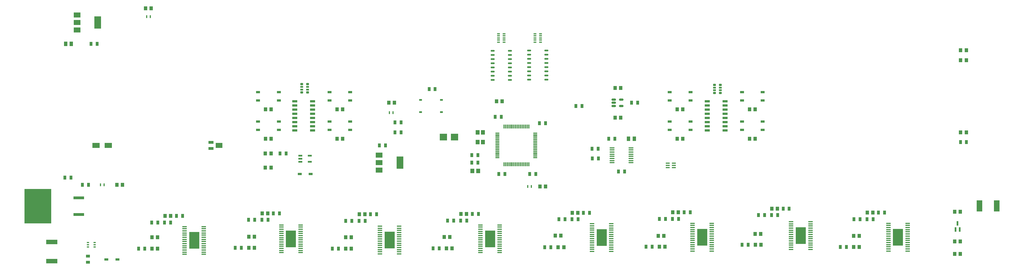
<source format=gtp>
G04 #@! TF.GenerationSoftware,KiCad,Pcbnew,7.0.7*
G04 #@! TF.CreationDate,2024-06-25T14:53:43-04:00*
G04 #@! TF.ProjectId,AOML_AB_3.0_reorganized-v3,414f4d4c-5f41-4425-9f33-2e305f72656f,3*
G04 #@! TF.SameCoordinates,Original*
G04 #@! TF.FileFunction,Paste,Top*
G04 #@! TF.FilePolarity,Positive*
%FSLAX46Y46*%
G04 Gerber Fmt 4.6, Leading zero omitted, Abs format (unit mm)*
G04 Created by KiCad (PCBNEW 7.0.7) date 2024-06-25 14:53:43*
%MOMM*%
%LPD*%
G01*
G04 APERTURE LIST*
G04 Aperture macros list*
%AMRoundRect*
0 Rectangle with rounded corners*
0 $1 Rounding radius*
0 $2 $3 $4 $5 $6 $7 $8 $9 X,Y pos of 4 corners*
0 Add a 4 corners polygon primitive as box body*
4,1,4,$2,$3,$4,$5,$6,$7,$8,$9,$2,$3,0*
0 Add four circle primitives for the rounded corners*
1,1,$1+$1,$2,$3*
1,1,$1+$1,$4,$5*
1,1,$1+$1,$6,$7*
1,1,$1+$1,$8,$9*
0 Add four rect primitives between the rounded corners*
20,1,$1+$1,$2,$3,$4,$5,0*
20,1,$1+$1,$4,$5,$6,$7,0*
20,1,$1+$1,$6,$7,$8,$9,0*
20,1,$1+$1,$8,$9,$2,$3,0*%
G04 Aperture macros list end*
%ADD10R,0.855600X1.250000*%
%ADD11R,1.016000X1.219200*%
%ADD12R,1.200000X0.800000*%
%ADD13R,0.508000X1.473200*%
%ADD14R,0.650001X0.399999*%
%ADD15R,1.305598X1.449997*%
%ADD16RoundRect,0.150000X-0.512500X-0.150000X0.512500X-0.150000X0.512500X0.150000X-0.512500X0.150000X0*%
%ADD17R,2.000000X1.500000*%
%ADD18R,2.000000X3.800000*%
%ADD19R,1.100000X1.380000*%
%ADD20R,1.778000X3.505200*%
%ADD21O,1.250000X0.549999*%
%ADD22R,1.066800X1.346200*%
%ADD23R,1.525000X0.650000*%
%ADD24R,3.440000X1.460000*%
%ADD25R,1.210000X0.730000*%
%ADD26R,1.193800X0.304800*%
%ADD27R,0.304800X1.193800*%
%ADD28R,2.311400X2.006600*%
%ADD29R,0.457200X0.812800*%
%ADD30R,1.475000X0.450000*%
%ADD31R,3.100000X5.180000*%
%ADD32R,1.193800X0.508000*%
%ADD33R,0.900000X0.350000*%
%ADD34R,2.184400X1.625600*%
%ADD35R,3.200400X0.939800*%
%ADD36R,8.204200X10.591800*%
%ADD37R,1.200000X0.400000*%
%ADD38RoundRect,0.091500X-0.358500X-0.213500X0.358500X-0.213500X0.358500X0.213500X-0.358500X0.213500X0*%
%ADD39RoundRect,0.068900X-0.381100X-0.196100X0.381100X-0.196100X0.381100X0.196100X-0.381100X0.196100X0*%
%ADD40R,1.549400X0.939800*%
%ADD41R,2.133600X1.498600*%
%ADD42R,0.952500X0.558800*%
%ADD43R,1.168400X1.447800*%
%ADD44R,1.250000X0.855600*%
%ADD45RoundRect,0.100000X-0.637500X-0.100000X0.637500X-0.100000X0.637500X0.100000X-0.637500X0.100000X0*%
G04 APERTURE END LIST*
D10*
X73970000Y-145000000D03*
X75825600Y-145000000D03*
D11*
X276949400Y-122000000D03*
X278651200Y-122000000D03*
D10*
X150000000Y-164500000D03*
X151855600Y-164500000D03*
X316156400Y-153500000D03*
X318012000Y-153500000D03*
D12*
X252650300Y-125730000D03*
X252650300Y-128270000D03*
X258950300Y-128270000D03*
X258950300Y-125730000D03*
D10*
X124572200Y-155725000D03*
X126427800Y-155725000D03*
D13*
X339550001Y-158627100D03*
X340849999Y-158627100D03*
X340200000Y-156772900D03*
D14*
X75675001Y-162649999D03*
X75675001Y-163300000D03*
X75675001Y-163949999D03*
X77725002Y-163949999D03*
X77725002Y-163300000D03*
X77725002Y-162649999D03*
D10*
X202475000Y-141750000D03*
X200619400Y-141750000D03*
D15*
X195802799Y-132000000D03*
X194197201Y-132000000D03*
D11*
X130350900Y-153725000D03*
X128649100Y-153725000D03*
X255265100Y-153425000D03*
X253563300Y-153425000D03*
D16*
X235606800Y-119050000D03*
X235606800Y-120000000D03*
X235606800Y-120950000D03*
X237881800Y-120950000D03*
X237881800Y-119050000D03*
D11*
X341149100Y-107000000D03*
X342850900Y-107000000D03*
D17*
X72350000Y-93200000D03*
X72350000Y-95500000D03*
D18*
X78650000Y-95500000D03*
D17*
X72350000Y-97800000D03*
D10*
X102644400Y-154500000D03*
X104500000Y-154500000D03*
D11*
X341050900Y-166100000D03*
X339349100Y-166100000D03*
X124576900Y-160842600D03*
X126278700Y-160842600D03*
X154076900Y-161000000D03*
X155778700Y-161000000D03*
D10*
X234072200Y-131000000D03*
X235927800Y-131000000D03*
D11*
X285412900Y-152275000D03*
X283711100Y-152275000D03*
X314435100Y-153500000D03*
X312733300Y-153500000D03*
X95149100Y-161000000D03*
X96850900Y-161000000D03*
D10*
X241072200Y-120000000D03*
X242927800Y-120000000D03*
X199547200Y-124250000D03*
X201402800Y-124250000D03*
D19*
X68887000Y-102000000D03*
X70613000Y-102000000D03*
D10*
X222915200Y-155550000D03*
X224770800Y-155550000D03*
X283634200Y-154275000D03*
X285489800Y-154275000D03*
D11*
X151437100Y-122000000D03*
X153138900Y-122000000D03*
D20*
X352116200Y-151500000D03*
X346883800Y-151500000D03*
D11*
X217798200Y-160550000D03*
X219500000Y-160550000D03*
D21*
X209874999Y-104055000D03*
X209874999Y-105325000D03*
X209874999Y-106595000D03*
X209874999Y-107865000D03*
X209874999Y-109135000D03*
X209874999Y-110405000D03*
X209874999Y-111675000D03*
X209874999Y-112945000D03*
X215124999Y-112945000D03*
X215124999Y-111675000D03*
X215124999Y-110405000D03*
X215124999Y-109135000D03*
X215124999Y-107865000D03*
X215124999Y-106595000D03*
X215124999Y-105325000D03*
X215124999Y-104055000D03*
D11*
X184076900Y-160925000D03*
X185778700Y-160925000D03*
D22*
X240123700Y-131000000D03*
X241876300Y-131000000D03*
D23*
X138576000Y-119555000D03*
X138576000Y-120825000D03*
X138576000Y-122095000D03*
X138576000Y-123365000D03*
X138576000Y-124635000D03*
X138576000Y-125905000D03*
X138576000Y-127175000D03*
X138576000Y-128445000D03*
X144000000Y-128445000D03*
X144000000Y-127175000D03*
X144000000Y-125905000D03*
X144000000Y-124635000D03*
X144000000Y-123365000D03*
X144000000Y-122095000D03*
X144000000Y-120825000D03*
X144000000Y-119555000D03*
D10*
X179441600Y-115832200D03*
X181297200Y-115832200D03*
D11*
X341149100Y-104000000D03*
X342850900Y-104000000D03*
D10*
X304500000Y-164000000D03*
X306355600Y-164000000D03*
X154072200Y-156000000D03*
X155927800Y-156000000D03*
X249486400Y-155425000D03*
X251342000Y-155425000D03*
D11*
X95149100Y-164500000D03*
X96850900Y-164500000D03*
X308576900Y-160600000D03*
X310278700Y-160600000D03*
D12*
X127426000Y-125730000D03*
X127426000Y-128270000D03*
X133726000Y-128270000D03*
X133726000Y-125730000D03*
D24*
X64700000Y-168326000D03*
X64700000Y-162474000D03*
D25*
X81275000Y-167800000D03*
X84635000Y-167800000D03*
D10*
X287134200Y-152275000D03*
X288989800Y-152275000D03*
D26*
X200250001Y-129250000D03*
X200250001Y-129749999D03*
X200250001Y-130250000D03*
X200250001Y-130749999D03*
X200250001Y-131250001D03*
X200250001Y-131750000D03*
X200250001Y-132249999D03*
X200250001Y-132750000D03*
X200250001Y-133250000D03*
X200250001Y-133750001D03*
X200250001Y-134250000D03*
X200250001Y-134749999D03*
X200250001Y-135250001D03*
X200250001Y-135750000D03*
X200250001Y-136250001D03*
X200250001Y-136750000D03*
D27*
X202250000Y-138749999D03*
X202749999Y-138749999D03*
X203250000Y-138749999D03*
X203749999Y-138749999D03*
X204250001Y-138749999D03*
X204750000Y-138749999D03*
X205249999Y-138749999D03*
X205750000Y-138749999D03*
X206250000Y-138749999D03*
X206750001Y-138749999D03*
X207250000Y-138749999D03*
X207749999Y-138749999D03*
X208250001Y-138749999D03*
X208750000Y-138749999D03*
X209250001Y-138749999D03*
X209750000Y-138749999D03*
D26*
X211749999Y-136750000D03*
X211749999Y-136250001D03*
X211749999Y-135750000D03*
X211749999Y-135250001D03*
X211749999Y-134749999D03*
X211749999Y-134250000D03*
X211749999Y-133750001D03*
X211749999Y-133250000D03*
X211749999Y-132750000D03*
X211749999Y-132249999D03*
X211749999Y-131750000D03*
X211749999Y-131250001D03*
X211749999Y-130749999D03*
X211749999Y-130250000D03*
X211749999Y-129749999D03*
X211749999Y-129250000D03*
D27*
X209750000Y-127250001D03*
X209250001Y-127250001D03*
X208750000Y-127250001D03*
X208250001Y-127250001D03*
X207749999Y-127250001D03*
X207250000Y-127250001D03*
X206750001Y-127250001D03*
X206250000Y-127250001D03*
X205750000Y-127250001D03*
X205249999Y-127250001D03*
X204750000Y-127250001D03*
X204250001Y-127250001D03*
X203749999Y-127250001D03*
X203250000Y-127250001D03*
X202749999Y-127250001D03*
X202250000Y-127250001D03*
D10*
X192644450Y-153925000D03*
X194500050Y-153925000D03*
D28*
X187201800Y-130500000D03*
X183798200Y-130500000D03*
D10*
X218915200Y-155550000D03*
X220770800Y-155550000D03*
D12*
X149138000Y-116730000D03*
X149138000Y-119270000D03*
X155438000Y-119270000D03*
X155438000Y-116730000D03*
D10*
X194330600Y-136000000D03*
X192475000Y-136000000D03*
D12*
X274645000Y-116730000D03*
X274645000Y-119270000D03*
X280945000Y-119270000D03*
X280945000Y-116730000D03*
D10*
X128572200Y-155725000D03*
X130427800Y-155725000D03*
X237072200Y-141000000D03*
X238927800Y-141000000D03*
X229072200Y-137000000D03*
X230927800Y-137000000D03*
X120500000Y-164225000D03*
X122355600Y-164225000D03*
D12*
X252645000Y-116730000D03*
X252645000Y-119270000D03*
X258945000Y-119270000D03*
X258945000Y-116730000D03*
D10*
X257058600Y-153425000D03*
X258914200Y-153425000D03*
D21*
X198750000Y-104150000D03*
X198750000Y-105420000D03*
X198750000Y-106690000D03*
X198750000Y-107960000D03*
X198750000Y-109230000D03*
X198750000Y-110500000D03*
X198750000Y-111770000D03*
X198750000Y-113040000D03*
X204000000Y-113040000D03*
X204000000Y-111770000D03*
X204000000Y-110500000D03*
X204000000Y-109230000D03*
X204000000Y-107960000D03*
X204000000Y-106690000D03*
X204000000Y-105420000D03*
X204000000Y-104150000D03*
D29*
X80609700Y-145000000D03*
X79466700Y-145000000D03*
D11*
X218721300Y-164050000D03*
X220423100Y-164050000D03*
X190850950Y-153925000D03*
X189149150Y-153925000D03*
D10*
X279634200Y-154275000D03*
X281489800Y-154275000D03*
D11*
X151437100Y-131000000D03*
X153138900Y-131000000D03*
D15*
X195802799Y-129000000D03*
X194197201Y-129000000D03*
D11*
X86168500Y-145000000D03*
X84466700Y-145000000D03*
D10*
X308656400Y-155500000D03*
X310512000Y-155500000D03*
D11*
X184721300Y-164425000D03*
X186423100Y-164425000D03*
D30*
X259562000Y-156775000D03*
X259562000Y-157425000D03*
X259562000Y-158075000D03*
X259562000Y-158725000D03*
X259562000Y-159375000D03*
X259562000Y-160025000D03*
X259562000Y-160675000D03*
X259562000Y-161325000D03*
X259562000Y-161975000D03*
X259562000Y-162625000D03*
X259562000Y-163275000D03*
X259562000Y-163925000D03*
X259562000Y-164575000D03*
X259562000Y-165225000D03*
X265438000Y-165225000D03*
X265438000Y-164575000D03*
X265438000Y-163925000D03*
X265438000Y-163275000D03*
X265438000Y-162625000D03*
X265438000Y-161975000D03*
X265438000Y-161325000D03*
X265438000Y-160675000D03*
X265438000Y-160025000D03*
X265438000Y-159375000D03*
X265438000Y-158725000D03*
X265438000Y-158075000D03*
X265438000Y-157425000D03*
X265438000Y-156775000D03*
D31*
X262500000Y-161000000D03*
D10*
X99000000Y-156500000D03*
X100855600Y-156500000D03*
X194330600Y-138250000D03*
X192475000Y-138250000D03*
X230855600Y-134000000D03*
X229000000Y-134000000D03*
D32*
X140250000Y-136099998D03*
X140250000Y-137049999D03*
X140250000Y-138000000D03*
X143171000Y-138000000D03*
X143171000Y-136099998D03*
D33*
X200524999Y-98940000D03*
X200524999Y-99580000D03*
X200524999Y-100220000D03*
X200524999Y-100860000D03*
X200524999Y-101500000D03*
X202224999Y-101500000D03*
X202224999Y-100220000D03*
X202224999Y-100860000D03*
X202224999Y-99580000D03*
X202224999Y-98940000D03*
D10*
X245423100Y-163925000D03*
X247278700Y-163925000D03*
X68670000Y-142840000D03*
X70525600Y-142840000D03*
X158144400Y-156000000D03*
X160000000Y-156000000D03*
X95072200Y-156500000D03*
X96927800Y-156500000D03*
D30*
X105062000Y-157775000D03*
X105062000Y-158425000D03*
X105062000Y-159075000D03*
X105062000Y-159725000D03*
X105062000Y-160375000D03*
X105062000Y-161025000D03*
X105062000Y-161675000D03*
X105062000Y-162325000D03*
X105062000Y-162975000D03*
X105062000Y-163625000D03*
X105062000Y-164275000D03*
X105062000Y-164925000D03*
X105062000Y-165575000D03*
X105062000Y-166225000D03*
X110938000Y-166225000D03*
X110938000Y-165575000D03*
X110938000Y-164925000D03*
X110938000Y-164275000D03*
X110938000Y-163625000D03*
X110938000Y-162975000D03*
X110938000Y-162325000D03*
X110938000Y-161675000D03*
X110938000Y-161025000D03*
X110938000Y-160375000D03*
X110938000Y-159725000D03*
X110938000Y-159075000D03*
X110938000Y-158425000D03*
X110938000Y-157775000D03*
D31*
X108000000Y-162000000D03*
D34*
X81854200Y-133000000D03*
X78145800Y-133000000D03*
D11*
X254944100Y-122000000D03*
X256645900Y-122000000D03*
D10*
X213047200Y-126250000D03*
X214902800Y-126250000D03*
D17*
X164277800Y-135950000D03*
X164277800Y-138250000D03*
D18*
X170577800Y-138250000D03*
D17*
X164277800Y-140550000D03*
D11*
X249500000Y-163925000D03*
X251201800Y-163925000D03*
D23*
X264083000Y-119555000D03*
X264083000Y-120825000D03*
X264083000Y-122095000D03*
X264083000Y-123365000D03*
X264083000Y-124635000D03*
X264083000Y-125905000D03*
X264083000Y-127175000D03*
X264083000Y-128445000D03*
X269507000Y-128445000D03*
X269507000Y-127175000D03*
X269507000Y-125905000D03*
X269507000Y-124635000D03*
X269507000Y-123365000D03*
X269507000Y-122095000D03*
X269507000Y-120825000D03*
X269507000Y-119555000D03*
D11*
X129725100Y-131000000D03*
X131426900Y-131000000D03*
D30*
X229000000Y-156900000D03*
X229000000Y-157550000D03*
X229000000Y-158200000D03*
X229000000Y-158850000D03*
X229000000Y-159500000D03*
X229000000Y-160150000D03*
X229000000Y-160800000D03*
X229000000Y-161450000D03*
X229000000Y-162100000D03*
X229000000Y-162750000D03*
X229000000Y-163400000D03*
X229000000Y-164050000D03*
X229000000Y-164700000D03*
X229000000Y-165350000D03*
X234876000Y-165350000D03*
X234876000Y-164700000D03*
X234876000Y-164050000D03*
X234876000Y-163400000D03*
X234876000Y-162750000D03*
X234876000Y-162100000D03*
X234876000Y-161450000D03*
X234876000Y-160800000D03*
X234876000Y-160150000D03*
X234876000Y-159500000D03*
X234876000Y-158850000D03*
X234876000Y-158200000D03*
X234876000Y-157550000D03*
X234876000Y-156900000D03*
D31*
X231938000Y-161125000D03*
D11*
X159923100Y-154000000D03*
X158221300Y-154000000D03*
D35*
X72876500Y-154080000D03*
D36*
X60443200Y-151540000D03*
D35*
X72876500Y-149000000D03*
D10*
X226415200Y-153550000D03*
X228270800Y-153550000D03*
D37*
X252000000Y-138450000D03*
X252000000Y-139100000D03*
X252000000Y-139750000D03*
X253900000Y-139750000D03*
X253900000Y-139100000D03*
X253900000Y-138450000D03*
D38*
X140723000Y-114315000D03*
D39*
X140723000Y-115155000D03*
X140723000Y-115955000D03*
D38*
X140723000Y-116795000D03*
X142493000Y-116795000D03*
D39*
X142493000Y-115955000D03*
X142493000Y-115155000D03*
D38*
X142493000Y-114315000D03*
D29*
X167356300Y-123000000D03*
X168499300Y-123000000D03*
D11*
X341149100Y-129000000D03*
X342850900Y-129000000D03*
X276944100Y-131000000D03*
X278645900Y-131000000D03*
D10*
X91072200Y-164500000D03*
X92927800Y-164500000D03*
D11*
X131350900Y-139750000D03*
X129649100Y-139750000D03*
D10*
X211902800Y-141750000D03*
X210047200Y-141750000D03*
D11*
X129725100Y-122000000D03*
X131426900Y-122000000D03*
X278649100Y-160000000D03*
X280350900Y-160000000D03*
X254944100Y-131000000D03*
X256645900Y-131000000D03*
D10*
X189072250Y-155925000D03*
X190927850Y-155925000D03*
D38*
X266230000Y-114520000D03*
D39*
X266230000Y-115360000D03*
X266230000Y-116160000D03*
D38*
X266230000Y-117000000D03*
X268000000Y-117000000D03*
D39*
X268000000Y-116160000D03*
X268000000Y-115360000D03*
D38*
X268000000Y-114520000D03*
D11*
X93233300Y-91200000D03*
X94935100Y-91200000D03*
D10*
X169072200Y-126000000D03*
X170927800Y-126000000D03*
D29*
X210571500Y-145500000D03*
X209428500Y-145500000D03*
D11*
X249149100Y-160609250D03*
X250850900Y-160609250D03*
D40*
X113115700Y-132050000D03*
D41*
X115592200Y-133000000D03*
D40*
X113115700Y-133950000D03*
D30*
X164500000Y-157648100D03*
X164500000Y-158298100D03*
X164500000Y-158948100D03*
X164500000Y-159598100D03*
X164500000Y-160248100D03*
X164500000Y-160898100D03*
X164500000Y-161548100D03*
X164500000Y-162198100D03*
X164500000Y-162848100D03*
X164500000Y-163498100D03*
X164500000Y-164148100D03*
X164500000Y-164798100D03*
X164500000Y-165448100D03*
X164500000Y-166098100D03*
X170376000Y-166098100D03*
X170376000Y-165448100D03*
X170376000Y-164798100D03*
X170376000Y-164148100D03*
X170376000Y-163498100D03*
X170376000Y-162848100D03*
X170376000Y-162198100D03*
X170376000Y-161548100D03*
X170376000Y-160898100D03*
X170376000Y-160248100D03*
X170376000Y-159598100D03*
X170376000Y-158948100D03*
X170376000Y-158298100D03*
X170376000Y-157648100D03*
D31*
X167438000Y-161873100D03*
D11*
X100850900Y-154500000D03*
X99149100Y-154500000D03*
X200000000Y-119558800D03*
X201701800Y-119558800D03*
D12*
X127426000Y-116730000D03*
X127426000Y-119270000D03*
X133726000Y-119270000D03*
X133726000Y-116730000D03*
D11*
X154076900Y-164500000D03*
X155778700Y-164500000D03*
D10*
X312656400Y-155500000D03*
X314512000Y-155500000D03*
D11*
X214850900Y-145500000D03*
X213149100Y-145500000D03*
D30*
X134500000Y-157275000D03*
X134500000Y-157925000D03*
X134500000Y-158575000D03*
X134500000Y-159225000D03*
X134500000Y-159875000D03*
X134500000Y-160525000D03*
X134500000Y-161175000D03*
X134500000Y-161825000D03*
X134500000Y-162475000D03*
X134500000Y-163125000D03*
X134500000Y-163775000D03*
X134500000Y-164425000D03*
X134500000Y-165075000D03*
X134500000Y-165725000D03*
X140376000Y-165725000D03*
X140376000Y-165075000D03*
X140376000Y-164425000D03*
X140376000Y-163775000D03*
X140376000Y-163125000D03*
X140376000Y-162475000D03*
X140376000Y-161825000D03*
X140376000Y-161175000D03*
X140376000Y-160525000D03*
X140376000Y-159875000D03*
X140376000Y-159225000D03*
X140376000Y-158575000D03*
X140376000Y-157925000D03*
X140376000Y-157275000D03*
D31*
X137438000Y-161500000D03*
D10*
X180644400Y-164425000D03*
X182500000Y-164425000D03*
X169072200Y-129000000D03*
X170927800Y-129000000D03*
X214644400Y-164050000D03*
X216500000Y-164050000D03*
D42*
X176818650Y-119145800D03*
X183181350Y-119145800D03*
X176818650Y-122854200D03*
X183181350Y-122854200D03*
D30*
X289562000Y-156275000D03*
X289562000Y-156925000D03*
X289562000Y-157575000D03*
X289562000Y-158225000D03*
X289562000Y-158875000D03*
X289562000Y-159525000D03*
X289562000Y-160175000D03*
X289562000Y-160825000D03*
X289562000Y-161475000D03*
X289562000Y-162125000D03*
X289562000Y-162775000D03*
X289562000Y-163425000D03*
X289562000Y-164075000D03*
X289562000Y-164725000D03*
X295438000Y-164725000D03*
X295438000Y-164075000D03*
X295438000Y-163425000D03*
X295438000Y-162775000D03*
X295438000Y-162125000D03*
X295438000Y-161475000D03*
X295438000Y-160825000D03*
X295438000Y-160175000D03*
X295438000Y-159525000D03*
X295438000Y-158875000D03*
X295438000Y-158225000D03*
X295438000Y-157575000D03*
X295438000Y-156925000D03*
X295438000Y-156275000D03*
D31*
X292500000Y-160500000D03*
D11*
X124576900Y-164225000D03*
X126278700Y-164225000D03*
D43*
X192598700Y-140750000D03*
X194351300Y-140750000D03*
D10*
X76644400Y-102000000D03*
X78500000Y-102000000D03*
D11*
X339349100Y-153200000D03*
X341050900Y-153200000D03*
X278721300Y-163275000D03*
X280423100Y-163275000D03*
D10*
X253486400Y-155425000D03*
X255342000Y-155425000D03*
X134072200Y-135500000D03*
X135927800Y-135500000D03*
D44*
X75700000Y-166772200D03*
X75700000Y-168627800D03*
D30*
X195062000Y-157275000D03*
X195062000Y-157925000D03*
X195062000Y-158575000D03*
X195062000Y-159225000D03*
X195062000Y-159875000D03*
X195062000Y-160525000D03*
X195062000Y-161175000D03*
X195062000Y-161825000D03*
X195062000Y-162475000D03*
X195062000Y-163125000D03*
X195062000Y-163775000D03*
X195062000Y-164425000D03*
X195062000Y-165075000D03*
X195062000Y-165725000D03*
X200938000Y-165725000D03*
X200938000Y-165075000D03*
X200938000Y-164425000D03*
X200938000Y-163775000D03*
X200938000Y-163125000D03*
X200938000Y-162475000D03*
X200938000Y-161825000D03*
X200938000Y-161175000D03*
X200938000Y-160525000D03*
X200938000Y-159875000D03*
X200938000Y-159225000D03*
X200938000Y-158575000D03*
X200938000Y-157925000D03*
X200938000Y-157275000D03*
D31*
X198000000Y-161500000D03*
D11*
X237732700Y-124500000D03*
X236030900Y-124500000D03*
D10*
X132072200Y-153725000D03*
X133927800Y-153725000D03*
D33*
X211649998Y-98940000D03*
X211649998Y-99580000D03*
X211649998Y-100220000D03*
X211649998Y-100860000D03*
X211649998Y-101500000D03*
X213349998Y-101500000D03*
X213349998Y-100220000D03*
X213349998Y-100860000D03*
X213349998Y-99580000D03*
X213349998Y-98940000D03*
D25*
X140070000Y-141750000D03*
X143430000Y-141750000D03*
D10*
X341072200Y-132000000D03*
X342927800Y-132000000D03*
X161644400Y-154000000D03*
X163500000Y-154000000D03*
D11*
X224693900Y-153550000D03*
X222992100Y-153550000D03*
X339349100Y-162300000D03*
X341050900Y-162300000D03*
D10*
X164322200Y-133000000D03*
X166177800Y-133000000D03*
D12*
X274645000Y-125730000D03*
X274645000Y-128270000D03*
X280945000Y-128270000D03*
X280945000Y-125730000D03*
D11*
X308576900Y-164000000D03*
X310278700Y-164000000D03*
D29*
X94650000Y-93700000D03*
X93507000Y-93700000D03*
D12*
X149138000Y-125730000D03*
X149138000Y-128270000D03*
X155438000Y-128270000D03*
X155438000Y-125730000D03*
D11*
X168927800Y-120000000D03*
X167226000Y-120000000D03*
D10*
X185072250Y-155925000D03*
X186927850Y-155925000D03*
D30*
X319146200Y-156775000D03*
X319146200Y-157425000D03*
X319146200Y-158075000D03*
X319146200Y-158725000D03*
X319146200Y-159375000D03*
X319146200Y-160025000D03*
X319146200Y-160675000D03*
X319146200Y-161325000D03*
X319146200Y-161975000D03*
X319146200Y-162625000D03*
X319146200Y-163275000D03*
X319146200Y-163925000D03*
X319146200Y-164575000D03*
X319146200Y-165225000D03*
X325022200Y-165225000D03*
X325022200Y-164575000D03*
X325022200Y-163925000D03*
X325022200Y-163275000D03*
X325022200Y-162625000D03*
X325022200Y-161975000D03*
X325022200Y-161325000D03*
X325022200Y-160675000D03*
X325022200Y-160025000D03*
X325022200Y-159375000D03*
X325022200Y-158725000D03*
X325022200Y-158075000D03*
X325022200Y-157425000D03*
X325022200Y-156775000D03*
D31*
X322084200Y-161000000D03*
D10*
X225927800Y-121000000D03*
X224072200Y-121000000D03*
D11*
X237732700Y-115500000D03*
X236030900Y-115500000D03*
X131350900Y-135500000D03*
X129649100Y-135500000D03*
D10*
X274644400Y-163275000D03*
X276500000Y-163275000D03*
D45*
X235137500Y-133725000D03*
X235137500Y-134375000D03*
X235137500Y-135025000D03*
X235137500Y-135675000D03*
X235137500Y-136325000D03*
X235137500Y-136975000D03*
X235137500Y-137625000D03*
X235137500Y-138275000D03*
X240862500Y-138275000D03*
X240862500Y-137625000D03*
X240862500Y-136975000D03*
X240862500Y-136325000D03*
X240862500Y-135675000D03*
X240862500Y-135025000D03*
X240862500Y-134375000D03*
X240862500Y-133725000D03*
M02*

</source>
